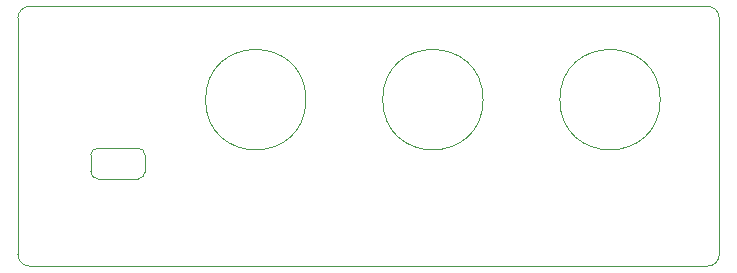
<source format=gbr>
%TF.GenerationSoftware,KiCad,Pcbnew,(6.0.11)*%
%TF.CreationDate,2023-07-10T01:00:54-07:00*%
%TF.ProjectId,cga-ypbpr-right,6367612d-7970-4627-9072-2d7269676874,rev?*%
%TF.SameCoordinates,PX2990618PY4bd2668*%
%TF.FileFunction,Profile,NP*%
%FSLAX46Y46*%
G04 Gerber Fmt 4.6, Leading zero omitted, Abs format (unit mm)*
G04 Created by KiCad (PCBNEW (6.0.11)) date 2023-07-10 01:00:54*
%MOMM*%
%LPD*%
G01*
G04 APERTURE LIST*
%TA.AperFunction,Profile*%
%ADD10C,0.050000*%
%TD*%
G04 APERTURE END LIST*
D10*
X-4203000Y32805000D02*
G75*
G03*
X-4803000Y33405000I-600000J0D01*
G01*
X-4803000Y30805000D02*
G75*
G03*
X-4203000Y31405000I0J600000D01*
G01*
X-8203000Y33405000D02*
G75*
G03*
X-8803000Y32805000I0J-600000D01*
G01*
X-8803000Y31405000D02*
G75*
G03*
X-8203000Y30805000I600000J0D01*
G01*
X-8803000Y32805000D02*
X-8803000Y31405000D01*
X-4203000Y31405000D02*
X-4203000Y32805000D01*
X-8203000Y33405000D02*
X-4803000Y33405000D01*
X-8203000Y30805000D02*
X-4803000Y30805000D01*
X9417000Y37505000D02*
G75*
G03*
X9417000Y37505000I-4250000J0D01*
G01*
X39417000Y37505000D02*
G75*
G03*
X39417000Y37505000I-4250000J0D01*
G01*
X24417000Y37505000D02*
G75*
G03*
X24417000Y37505000I-4250000J0D01*
G01*
X44417000Y44405000D02*
G75*
G03*
X43417000Y45405000I-1000000J0D01*
G01*
X43417000Y23405000D02*
G75*
G03*
X44417000Y24405000I0J1000000D01*
G01*
X-14973000Y24405000D02*
G75*
G03*
X-13973000Y23405000I1000000J0D01*
G01*
X-13973000Y45405000D02*
G75*
G03*
X-14973000Y44405000I0J-1000000D01*
G01*
X43417000Y23405000D02*
X-13973000Y23405000D01*
X-13973000Y45405000D02*
X43417000Y45405000D01*
X44417000Y44405000D02*
X44417000Y24405000D01*
X-14973000Y44405000D02*
X-14973000Y24405000D01*
M02*

</source>
